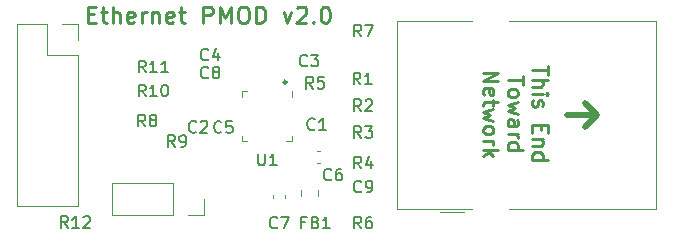
<source format=gbr>
G04 #@! TF.GenerationSoftware,KiCad,Pcbnew,6.0.4-6f826c9f35~116~ubuntu20.04.1*
G04 #@! TF.CreationDate,2022-05-16T14:00:24-07:00*
G04 #@! TF.ProjectId,ethernet-pmod,65746865-726e-4657-942d-706d6f642e6b,1.0*
G04 #@! TF.SameCoordinates,Original*
G04 #@! TF.FileFunction,Legend,Top*
G04 #@! TF.FilePolarity,Positive*
%FSLAX46Y46*%
G04 Gerber Fmt 4.6, Leading zero omitted, Abs format (unit mm)*
G04 Created by KiCad (PCBNEW 6.0.4-6f826c9f35~116~ubuntu20.04.1) date 2022-05-16 14:00:24*
%MOMM*%
%LPD*%
G01*
G04 APERTURE LIST*
%ADD10C,0.275000*%
%ADD11C,0.500000*%
%ADD12C,0.150000*%
%ADD13C,0.250000*%
%ADD14C,0.120000*%
G04 APERTURE END LIST*
D10*
X74305500Y-60706000D02*
G75*
G03*
X74305500Y-60706000I-137500J0D01*
G01*
D11*
X100584000Y-63500000D02*
X99568000Y-64516000D01*
X99568000Y-62484000D02*
X100584000Y-63500000D01*
D12*
X100584000Y-63500000D02*
X99568000Y-62484000D01*
D11*
X98044000Y-63500000D02*
X100584000Y-63500000D01*
D13*
X96404904Y-59345238D02*
X96404904Y-60088095D01*
X95104904Y-59716666D02*
X96404904Y-59716666D01*
X95104904Y-60521428D02*
X96404904Y-60521428D01*
X95104904Y-61078571D02*
X95785857Y-61078571D01*
X95909666Y-61016666D01*
X95971571Y-60892857D01*
X95971571Y-60707142D01*
X95909666Y-60583333D01*
X95847761Y-60521428D01*
X95104904Y-61697619D02*
X95971571Y-61697619D01*
X96404904Y-61697619D02*
X96343000Y-61635714D01*
X96281095Y-61697619D01*
X96343000Y-61759523D01*
X96404904Y-61697619D01*
X96281095Y-61697619D01*
X95166809Y-62254761D02*
X95104904Y-62378571D01*
X95104904Y-62626190D01*
X95166809Y-62750000D01*
X95290619Y-62811904D01*
X95352523Y-62811904D01*
X95476333Y-62750000D01*
X95538238Y-62626190D01*
X95538238Y-62440476D01*
X95600142Y-62316666D01*
X95723952Y-62254761D01*
X95785857Y-62254761D01*
X95909666Y-62316666D01*
X95971571Y-62440476D01*
X95971571Y-62626190D01*
X95909666Y-62750000D01*
X95785857Y-64359523D02*
X95785857Y-64792857D01*
X95104904Y-64978571D02*
X95104904Y-64359523D01*
X96404904Y-64359523D01*
X96404904Y-64978571D01*
X95971571Y-65535714D02*
X95104904Y-65535714D01*
X95847761Y-65535714D02*
X95909666Y-65597619D01*
X95971571Y-65721428D01*
X95971571Y-65907142D01*
X95909666Y-66030952D01*
X95785857Y-66092857D01*
X95104904Y-66092857D01*
X95104904Y-67269047D02*
X96404904Y-67269047D01*
X95166809Y-67269047D02*
X95104904Y-67145238D01*
X95104904Y-66897619D01*
X95166809Y-66773809D01*
X95228714Y-66711904D01*
X95352523Y-66650000D01*
X95723952Y-66650000D01*
X95847761Y-66711904D01*
X95909666Y-66773809D01*
X95971571Y-66897619D01*
X95971571Y-67145238D01*
X95909666Y-67269047D01*
X94311904Y-60180952D02*
X94311904Y-60923809D01*
X93011904Y-60552380D02*
X94311904Y-60552380D01*
X93011904Y-61542857D02*
X93073809Y-61419047D01*
X93135714Y-61357142D01*
X93259523Y-61295238D01*
X93630952Y-61295238D01*
X93754761Y-61357142D01*
X93816666Y-61419047D01*
X93878571Y-61542857D01*
X93878571Y-61728571D01*
X93816666Y-61852380D01*
X93754761Y-61914285D01*
X93630952Y-61976190D01*
X93259523Y-61976190D01*
X93135714Y-61914285D01*
X93073809Y-61852380D01*
X93011904Y-61728571D01*
X93011904Y-61542857D01*
X93878571Y-62409523D02*
X93011904Y-62657142D01*
X93630952Y-62904761D01*
X93011904Y-63152380D01*
X93878571Y-63400000D01*
X93011904Y-64452380D02*
X93692857Y-64452380D01*
X93816666Y-64390476D01*
X93878571Y-64266666D01*
X93878571Y-64019047D01*
X93816666Y-63895238D01*
X93073809Y-64452380D02*
X93011904Y-64328571D01*
X93011904Y-64019047D01*
X93073809Y-63895238D01*
X93197619Y-63833333D01*
X93321428Y-63833333D01*
X93445238Y-63895238D01*
X93507142Y-64019047D01*
X93507142Y-64328571D01*
X93569047Y-64452380D01*
X93011904Y-65071428D02*
X93878571Y-65071428D01*
X93630952Y-65071428D02*
X93754761Y-65133333D01*
X93816666Y-65195238D01*
X93878571Y-65319047D01*
X93878571Y-65442857D01*
X93011904Y-66433333D02*
X94311904Y-66433333D01*
X93073809Y-66433333D02*
X93011904Y-66309523D01*
X93011904Y-66061904D01*
X93073809Y-65938095D01*
X93135714Y-65876190D01*
X93259523Y-65814285D01*
X93630952Y-65814285D01*
X93754761Y-65876190D01*
X93816666Y-65938095D01*
X93878571Y-66061904D01*
X93878571Y-66309523D01*
X93816666Y-66433333D01*
X90918904Y-59902380D02*
X92218904Y-59902380D01*
X90918904Y-60645238D01*
X92218904Y-60645238D01*
X90980809Y-61759523D02*
X90918904Y-61635714D01*
X90918904Y-61388095D01*
X90980809Y-61264285D01*
X91104619Y-61202380D01*
X91599857Y-61202380D01*
X91723666Y-61264285D01*
X91785571Y-61388095D01*
X91785571Y-61635714D01*
X91723666Y-61759523D01*
X91599857Y-61821428D01*
X91476047Y-61821428D01*
X91352238Y-61202380D01*
X91785571Y-62192857D02*
X91785571Y-62688095D01*
X92218904Y-62378571D02*
X91104619Y-62378571D01*
X90980809Y-62440476D01*
X90918904Y-62564285D01*
X90918904Y-62688095D01*
X91785571Y-62997619D02*
X90918904Y-63245238D01*
X91537952Y-63492857D01*
X90918904Y-63740476D01*
X91785571Y-63988095D01*
X90918904Y-64669047D02*
X90980809Y-64545238D01*
X91042714Y-64483333D01*
X91166523Y-64421428D01*
X91537952Y-64421428D01*
X91661761Y-64483333D01*
X91723666Y-64545238D01*
X91785571Y-64669047D01*
X91785571Y-64854761D01*
X91723666Y-64978571D01*
X91661761Y-65040476D01*
X91537952Y-65102380D01*
X91166523Y-65102380D01*
X91042714Y-65040476D01*
X90980809Y-64978571D01*
X90918904Y-64854761D01*
X90918904Y-64669047D01*
X90918904Y-65659523D02*
X91785571Y-65659523D01*
X91537952Y-65659523D02*
X91661761Y-65721428D01*
X91723666Y-65783333D01*
X91785571Y-65907142D01*
X91785571Y-66030952D01*
X90918904Y-66464285D02*
X92218904Y-66464285D01*
X91414142Y-66588095D02*
X90918904Y-66959523D01*
X91785571Y-66959523D02*
X91290333Y-66464285D01*
X57495833Y-54973000D02*
X57962500Y-54973000D01*
X58162500Y-55706333D02*
X57495833Y-55706333D01*
X57495833Y-54306333D01*
X58162500Y-54306333D01*
X58562500Y-54773000D02*
X59095833Y-54773000D01*
X58762500Y-54306333D02*
X58762500Y-55506333D01*
X58829166Y-55639666D01*
X58962500Y-55706333D01*
X59095833Y-55706333D01*
X59562500Y-55706333D02*
X59562500Y-54306333D01*
X60162500Y-55706333D02*
X60162500Y-54973000D01*
X60095833Y-54839666D01*
X59962500Y-54773000D01*
X59762500Y-54773000D01*
X59629166Y-54839666D01*
X59562500Y-54906333D01*
X61362500Y-55639666D02*
X61229166Y-55706333D01*
X60962500Y-55706333D01*
X60829166Y-55639666D01*
X60762500Y-55506333D01*
X60762500Y-54973000D01*
X60829166Y-54839666D01*
X60962500Y-54773000D01*
X61229166Y-54773000D01*
X61362500Y-54839666D01*
X61429166Y-54973000D01*
X61429166Y-55106333D01*
X60762500Y-55239666D01*
X62029166Y-55706333D02*
X62029166Y-54773000D01*
X62029166Y-55039666D02*
X62095833Y-54906333D01*
X62162500Y-54839666D01*
X62295833Y-54773000D01*
X62429166Y-54773000D01*
X62895833Y-54773000D02*
X62895833Y-55706333D01*
X62895833Y-54906333D02*
X62962500Y-54839666D01*
X63095833Y-54773000D01*
X63295833Y-54773000D01*
X63429166Y-54839666D01*
X63495833Y-54973000D01*
X63495833Y-55706333D01*
X64695833Y-55639666D02*
X64562500Y-55706333D01*
X64295833Y-55706333D01*
X64162500Y-55639666D01*
X64095833Y-55506333D01*
X64095833Y-54973000D01*
X64162500Y-54839666D01*
X64295833Y-54773000D01*
X64562500Y-54773000D01*
X64695833Y-54839666D01*
X64762500Y-54973000D01*
X64762500Y-55106333D01*
X64095833Y-55239666D01*
X65162500Y-54773000D02*
X65695833Y-54773000D01*
X65362500Y-54306333D02*
X65362500Y-55506333D01*
X65429166Y-55639666D01*
X65562500Y-55706333D01*
X65695833Y-55706333D01*
X67229166Y-55706333D02*
X67229166Y-54306333D01*
X67762500Y-54306333D01*
X67895833Y-54373000D01*
X67962500Y-54439666D01*
X68029166Y-54573000D01*
X68029166Y-54773000D01*
X67962500Y-54906333D01*
X67895833Y-54973000D01*
X67762500Y-55039666D01*
X67229166Y-55039666D01*
X68629166Y-55706333D02*
X68629166Y-54306333D01*
X69095833Y-55306333D01*
X69562500Y-54306333D01*
X69562500Y-55706333D01*
X70495833Y-54306333D02*
X70762500Y-54306333D01*
X70895833Y-54373000D01*
X71029166Y-54506333D01*
X71095833Y-54773000D01*
X71095833Y-55239666D01*
X71029166Y-55506333D01*
X70895833Y-55639666D01*
X70762500Y-55706333D01*
X70495833Y-55706333D01*
X70362500Y-55639666D01*
X70229166Y-55506333D01*
X70162500Y-55239666D01*
X70162500Y-54773000D01*
X70229166Y-54506333D01*
X70362500Y-54373000D01*
X70495833Y-54306333D01*
X71695833Y-55706333D02*
X71695833Y-54306333D01*
X72029166Y-54306333D01*
X72229166Y-54373000D01*
X72362500Y-54506333D01*
X72429166Y-54639666D01*
X72495833Y-54906333D01*
X72495833Y-55106333D01*
X72429166Y-55373000D01*
X72362500Y-55506333D01*
X72229166Y-55639666D01*
X72029166Y-55706333D01*
X71695833Y-55706333D01*
X74029166Y-54773000D02*
X74362500Y-55706333D01*
X74695833Y-54773000D01*
X75162500Y-54439666D02*
X75229166Y-54373000D01*
X75362500Y-54306333D01*
X75695833Y-54306333D01*
X75829166Y-54373000D01*
X75895833Y-54439666D01*
X75962500Y-54573000D01*
X75962500Y-54706333D01*
X75895833Y-54906333D01*
X75095833Y-55706333D01*
X75962500Y-55706333D01*
X76562500Y-55573000D02*
X76629166Y-55639666D01*
X76562500Y-55706333D01*
X76495833Y-55639666D01*
X76562500Y-55573000D01*
X76562500Y-55706333D01*
X77495833Y-54306333D02*
X77629166Y-54306333D01*
X77762500Y-54373000D01*
X77829166Y-54439666D01*
X77895833Y-54573000D01*
X77962500Y-54839666D01*
X77962500Y-55173000D01*
X77895833Y-55439666D01*
X77829166Y-55573000D01*
X77762500Y-55639666D01*
X77629166Y-55706333D01*
X77495833Y-55706333D01*
X77362500Y-55639666D01*
X77295833Y-55573000D01*
X77229166Y-55439666D01*
X77162500Y-55173000D01*
X77162500Y-54839666D01*
X77229166Y-54573000D01*
X77295833Y-54439666D01*
X77362500Y-54373000D01*
X77495833Y-54306333D01*
D12*
X71882095Y-66762380D02*
X71882095Y-67571904D01*
X71929714Y-67667142D01*
X71977333Y-67714761D01*
X72072571Y-67762380D01*
X72263047Y-67762380D01*
X72358285Y-67714761D01*
X72405904Y-67667142D01*
X72453523Y-67571904D01*
X72453523Y-66762380D01*
X73453523Y-67762380D02*
X72882095Y-67762380D01*
X73167809Y-67762380D02*
X73167809Y-66762380D01*
X73072571Y-66905238D01*
X72977333Y-67000476D01*
X72882095Y-67048095D01*
X67651333Y-60301142D02*
X67603714Y-60348761D01*
X67460857Y-60396380D01*
X67365619Y-60396380D01*
X67222761Y-60348761D01*
X67127523Y-60253523D01*
X67079904Y-60158285D01*
X67032285Y-59967809D01*
X67032285Y-59824952D01*
X67079904Y-59634476D01*
X67127523Y-59539238D01*
X67222761Y-59444000D01*
X67365619Y-59396380D01*
X67460857Y-59396380D01*
X67603714Y-59444000D01*
X67651333Y-59491619D01*
X68222761Y-59824952D02*
X68127523Y-59777333D01*
X68079904Y-59729714D01*
X68032285Y-59634476D01*
X68032285Y-59586857D01*
X68079904Y-59491619D01*
X68127523Y-59444000D01*
X68222761Y-59396380D01*
X68413238Y-59396380D01*
X68508476Y-59444000D01*
X68556095Y-59491619D01*
X68603714Y-59586857D01*
X68603714Y-59634476D01*
X68556095Y-59729714D01*
X68508476Y-59777333D01*
X68413238Y-59824952D01*
X68222761Y-59824952D01*
X68127523Y-59872571D01*
X68079904Y-59920190D01*
X68032285Y-60015428D01*
X68032285Y-60205904D01*
X68079904Y-60301142D01*
X68127523Y-60348761D01*
X68222761Y-60396380D01*
X68413238Y-60396380D01*
X68508476Y-60348761D01*
X68556095Y-60301142D01*
X68603714Y-60205904D01*
X68603714Y-60015428D01*
X68556095Y-59920190D01*
X68508476Y-59872571D01*
X68413238Y-59824952D01*
X66635333Y-64891931D02*
X66587714Y-64939550D01*
X66444857Y-64987169D01*
X66349619Y-64987169D01*
X66206761Y-64939550D01*
X66111523Y-64844312D01*
X66063904Y-64749074D01*
X66016285Y-64558598D01*
X66016285Y-64415741D01*
X66063904Y-64225265D01*
X66111523Y-64130027D01*
X66206761Y-64034789D01*
X66349619Y-63987169D01*
X66444857Y-63987169D01*
X66587714Y-64034789D01*
X66635333Y-64082408D01*
X67016285Y-64082408D02*
X67063904Y-64034789D01*
X67159142Y-63987169D01*
X67397238Y-63987169D01*
X67492476Y-64034789D01*
X67540095Y-64082408D01*
X67587714Y-64177646D01*
X67587714Y-64272884D01*
X67540095Y-64415741D01*
X66968666Y-64987169D01*
X67587714Y-64987169D01*
X76033333Y-59285142D02*
X75985714Y-59332761D01*
X75842857Y-59380380D01*
X75747619Y-59380380D01*
X75604761Y-59332761D01*
X75509523Y-59237523D01*
X75461904Y-59142285D01*
X75414285Y-58951809D01*
X75414285Y-58808952D01*
X75461904Y-58618476D01*
X75509523Y-58523238D01*
X75604761Y-58428000D01*
X75747619Y-58380380D01*
X75842857Y-58380380D01*
X75985714Y-58428000D01*
X76033333Y-58475619D01*
X76366666Y-58380380D02*
X76985714Y-58380380D01*
X76652380Y-58761333D01*
X76795238Y-58761333D01*
X76890476Y-58808952D01*
X76938095Y-58856571D01*
X76985714Y-58951809D01*
X76985714Y-59189904D01*
X76938095Y-59285142D01*
X76890476Y-59332761D01*
X76795238Y-59380380D01*
X76509523Y-59380380D01*
X76414285Y-59332761D01*
X76366666Y-59285142D01*
X80605333Y-69953142D02*
X80557714Y-70000761D01*
X80414857Y-70048380D01*
X80319619Y-70048380D01*
X80176761Y-70000761D01*
X80081523Y-69905523D01*
X80033904Y-69810285D01*
X79986285Y-69619809D01*
X79986285Y-69476952D01*
X80033904Y-69286476D01*
X80081523Y-69191238D01*
X80176761Y-69096000D01*
X80319619Y-69048380D01*
X80414857Y-69048380D01*
X80557714Y-69096000D01*
X80605333Y-69143619D01*
X81081523Y-70048380D02*
X81272000Y-70048380D01*
X81367238Y-70000761D01*
X81414857Y-69953142D01*
X81510095Y-69810285D01*
X81557714Y-69619809D01*
X81557714Y-69238857D01*
X81510095Y-69143619D01*
X81462476Y-69096000D01*
X81367238Y-69048380D01*
X81176761Y-69048380D01*
X81081523Y-69096000D01*
X81033904Y-69143619D01*
X80986285Y-69238857D01*
X80986285Y-69476952D01*
X81033904Y-69572190D01*
X81081523Y-69619809D01*
X81176761Y-69667428D01*
X81367238Y-69667428D01*
X81462476Y-69619809D01*
X81510095Y-69572190D01*
X81557714Y-69476952D01*
X67651333Y-58777142D02*
X67603714Y-58824761D01*
X67460857Y-58872380D01*
X67365619Y-58872380D01*
X67222761Y-58824761D01*
X67127523Y-58729523D01*
X67079904Y-58634285D01*
X67032285Y-58443809D01*
X67032285Y-58300952D01*
X67079904Y-58110476D01*
X67127523Y-58015238D01*
X67222761Y-57920000D01*
X67365619Y-57872380D01*
X67460857Y-57872380D01*
X67603714Y-57920000D01*
X67651333Y-57967619D01*
X68508476Y-58205714D02*
X68508476Y-58872380D01*
X68270380Y-57824761D02*
X68032285Y-58539047D01*
X68651333Y-58539047D01*
X78065333Y-68937142D02*
X78017714Y-68984761D01*
X77874857Y-69032380D01*
X77779619Y-69032380D01*
X77636761Y-68984761D01*
X77541523Y-68889523D01*
X77493904Y-68794285D01*
X77446285Y-68603809D01*
X77446285Y-68460952D01*
X77493904Y-68270476D01*
X77541523Y-68175238D01*
X77636761Y-68080000D01*
X77779619Y-68032380D01*
X77874857Y-68032380D01*
X78017714Y-68080000D01*
X78065333Y-68127619D01*
X78922476Y-68032380D02*
X78732000Y-68032380D01*
X78636761Y-68080000D01*
X78589142Y-68127619D01*
X78493904Y-68270476D01*
X78446285Y-68460952D01*
X78446285Y-68841904D01*
X78493904Y-68937142D01*
X78541523Y-68984761D01*
X78636761Y-69032380D01*
X78827238Y-69032380D01*
X78922476Y-68984761D01*
X78970095Y-68937142D01*
X79017714Y-68841904D01*
X79017714Y-68603809D01*
X78970095Y-68508571D01*
X78922476Y-68460952D01*
X78827238Y-68413333D01*
X78636761Y-68413333D01*
X78541523Y-68460952D01*
X78493904Y-68508571D01*
X78446285Y-68603809D01*
X73493333Y-73001142D02*
X73445714Y-73048761D01*
X73302857Y-73096380D01*
X73207619Y-73096380D01*
X73064761Y-73048761D01*
X72969523Y-72953523D01*
X72921904Y-72858285D01*
X72874285Y-72667809D01*
X72874285Y-72524952D01*
X72921904Y-72334476D01*
X72969523Y-72239238D01*
X73064761Y-72144000D01*
X73207619Y-72096380D01*
X73302857Y-72096380D01*
X73445714Y-72144000D01*
X73493333Y-72191619D01*
X73826666Y-72096380D02*
X74493333Y-72096380D01*
X74064761Y-73096380D01*
X75874666Y-72572571D02*
X75541333Y-72572571D01*
X75541333Y-73096380D02*
X75541333Y-72096380D01*
X76017523Y-72096380D01*
X76731809Y-72572571D02*
X76874666Y-72620190D01*
X76922285Y-72667809D01*
X76969904Y-72763047D01*
X76969904Y-72905904D01*
X76922285Y-73001142D01*
X76874666Y-73048761D01*
X76779428Y-73096380D01*
X76398476Y-73096380D01*
X76398476Y-72096380D01*
X76731809Y-72096380D01*
X76827047Y-72144000D01*
X76874666Y-72191619D01*
X76922285Y-72286857D01*
X76922285Y-72382095D01*
X76874666Y-72477333D01*
X76827047Y-72524952D01*
X76731809Y-72572571D01*
X76398476Y-72572571D01*
X77922285Y-73096380D02*
X77350857Y-73096380D01*
X77636571Y-73096380D02*
X77636571Y-72096380D01*
X77541333Y-72239238D01*
X77446095Y-72334476D01*
X77350857Y-72382095D01*
X80605333Y-65428380D02*
X80272000Y-64952190D01*
X80033904Y-65428380D02*
X80033904Y-64428380D01*
X80414857Y-64428380D01*
X80510095Y-64476000D01*
X80557714Y-64523619D01*
X80605333Y-64618857D01*
X80605333Y-64761714D01*
X80557714Y-64856952D01*
X80510095Y-64904571D01*
X80414857Y-64952190D01*
X80033904Y-64952190D01*
X80938666Y-64428380D02*
X81557714Y-64428380D01*
X81224380Y-64809333D01*
X81367238Y-64809333D01*
X81462476Y-64856952D01*
X81510095Y-64904571D01*
X81557714Y-64999809D01*
X81557714Y-65237904D01*
X81510095Y-65333142D01*
X81462476Y-65380761D01*
X81367238Y-65428380D01*
X81081523Y-65428380D01*
X80986285Y-65380761D01*
X80938666Y-65333142D01*
X80529333Y-60904380D02*
X80196000Y-60428190D01*
X79957904Y-60904380D02*
X79957904Y-59904380D01*
X80338857Y-59904380D01*
X80434095Y-59952000D01*
X80481714Y-59999619D01*
X80529333Y-60094857D01*
X80529333Y-60237714D01*
X80481714Y-60332952D01*
X80434095Y-60380571D01*
X80338857Y-60428190D01*
X79957904Y-60428190D01*
X81481714Y-60904380D02*
X80910285Y-60904380D01*
X81196000Y-60904380D02*
X81196000Y-59904380D01*
X81100761Y-60047238D01*
X81005523Y-60142476D01*
X80910285Y-60190095D01*
X80605333Y-63168380D02*
X80272000Y-62692190D01*
X80033904Y-63168380D02*
X80033904Y-62168380D01*
X80414857Y-62168380D01*
X80510095Y-62216000D01*
X80557714Y-62263619D01*
X80605333Y-62358857D01*
X80605333Y-62501714D01*
X80557714Y-62596952D01*
X80510095Y-62644571D01*
X80414857Y-62692190D01*
X80033904Y-62692190D01*
X80986285Y-62263619D02*
X81033904Y-62216000D01*
X81129142Y-62168380D01*
X81367238Y-62168380D01*
X81462476Y-62216000D01*
X81510095Y-62263619D01*
X81557714Y-62358857D01*
X81557714Y-62454095D01*
X81510095Y-62596952D01*
X80938666Y-63168380D01*
X81557714Y-63168380D01*
X76541333Y-61252380D02*
X76208000Y-60776190D01*
X75969904Y-61252380D02*
X75969904Y-60252380D01*
X76350857Y-60252380D01*
X76446095Y-60300000D01*
X76493714Y-60347619D01*
X76541333Y-60442857D01*
X76541333Y-60585714D01*
X76493714Y-60680952D01*
X76446095Y-60728571D01*
X76350857Y-60776190D01*
X75969904Y-60776190D01*
X77446095Y-60252380D02*
X76969904Y-60252380D01*
X76922285Y-60728571D01*
X76969904Y-60680952D01*
X77065142Y-60633333D01*
X77303238Y-60633333D01*
X77398476Y-60680952D01*
X77446095Y-60728571D01*
X77493714Y-60823809D01*
X77493714Y-61061904D01*
X77446095Y-61157142D01*
X77398476Y-61204761D01*
X77303238Y-61252380D01*
X77065142Y-61252380D01*
X76969904Y-61204761D01*
X76922285Y-61157142D01*
X80605333Y-73096380D02*
X80272000Y-72620190D01*
X80033904Y-73096380D02*
X80033904Y-72096380D01*
X80414857Y-72096380D01*
X80510095Y-72144000D01*
X80557714Y-72191619D01*
X80605333Y-72286857D01*
X80605333Y-72429714D01*
X80557714Y-72524952D01*
X80510095Y-72572571D01*
X80414857Y-72620190D01*
X80033904Y-72620190D01*
X81462476Y-72096380D02*
X81272000Y-72096380D01*
X81176761Y-72144000D01*
X81129142Y-72191619D01*
X81033904Y-72334476D01*
X80986285Y-72524952D01*
X80986285Y-72905904D01*
X81033904Y-73001142D01*
X81081523Y-73048761D01*
X81176761Y-73096380D01*
X81367238Y-73096380D01*
X81462476Y-73048761D01*
X81510095Y-73001142D01*
X81557714Y-72905904D01*
X81557714Y-72667809D01*
X81510095Y-72572571D01*
X81462476Y-72524952D01*
X81367238Y-72477333D01*
X81176761Y-72477333D01*
X81081523Y-72524952D01*
X81033904Y-72572571D01*
X80986285Y-72667809D01*
X62349142Y-61920380D02*
X62015809Y-61444190D01*
X61777714Y-61920380D02*
X61777714Y-60920380D01*
X62158666Y-60920380D01*
X62253904Y-60968000D01*
X62301523Y-61015619D01*
X62349142Y-61110857D01*
X62349142Y-61253714D01*
X62301523Y-61348952D01*
X62253904Y-61396571D01*
X62158666Y-61444190D01*
X61777714Y-61444190D01*
X63301523Y-61920380D02*
X62730095Y-61920380D01*
X63015809Y-61920380D02*
X63015809Y-60920380D01*
X62920571Y-61063238D01*
X62825333Y-61158476D01*
X62730095Y-61206095D01*
X63920571Y-60920380D02*
X64015809Y-60920380D01*
X64111047Y-60968000D01*
X64158666Y-61015619D01*
X64206285Y-61110857D01*
X64253904Y-61301333D01*
X64253904Y-61539428D01*
X64206285Y-61729904D01*
X64158666Y-61825142D01*
X64111047Y-61872761D01*
X64015809Y-61920380D01*
X63920571Y-61920380D01*
X63825333Y-61872761D01*
X63777714Y-61825142D01*
X63730095Y-61729904D01*
X63682476Y-61539428D01*
X63682476Y-61301333D01*
X63730095Y-61110857D01*
X63777714Y-61015619D01*
X63825333Y-60968000D01*
X63920571Y-60920380D01*
X62349142Y-59888380D02*
X62015809Y-59412190D01*
X61777714Y-59888380D02*
X61777714Y-58888380D01*
X62158666Y-58888380D01*
X62253904Y-58936000D01*
X62301523Y-58983619D01*
X62349142Y-59078857D01*
X62349142Y-59221714D01*
X62301523Y-59316952D01*
X62253904Y-59364571D01*
X62158666Y-59412190D01*
X61777714Y-59412190D01*
X63301523Y-59888380D02*
X62730095Y-59888380D01*
X63015809Y-59888380D02*
X63015809Y-58888380D01*
X62920571Y-59031238D01*
X62825333Y-59126476D01*
X62730095Y-59174095D01*
X64253904Y-59888380D02*
X63682476Y-59888380D01*
X63968190Y-59888380D02*
X63968190Y-58888380D01*
X63872952Y-59031238D01*
X63777714Y-59126476D01*
X63682476Y-59174095D01*
X62317333Y-64460380D02*
X61984000Y-63984190D01*
X61745904Y-64460380D02*
X61745904Y-63460380D01*
X62126857Y-63460380D01*
X62222095Y-63508000D01*
X62269714Y-63555619D01*
X62317333Y-63650857D01*
X62317333Y-63793714D01*
X62269714Y-63888952D01*
X62222095Y-63936571D01*
X62126857Y-63984190D01*
X61745904Y-63984190D01*
X62888761Y-63888952D02*
X62793523Y-63841333D01*
X62745904Y-63793714D01*
X62698285Y-63698476D01*
X62698285Y-63650857D01*
X62745904Y-63555619D01*
X62793523Y-63508000D01*
X62888761Y-63460380D01*
X63079238Y-63460380D01*
X63174476Y-63508000D01*
X63222095Y-63555619D01*
X63269714Y-63650857D01*
X63269714Y-63698476D01*
X63222095Y-63793714D01*
X63174476Y-63841333D01*
X63079238Y-63888952D01*
X62888761Y-63888952D01*
X62793523Y-63936571D01*
X62745904Y-63984190D01*
X62698285Y-64079428D01*
X62698285Y-64269904D01*
X62745904Y-64365142D01*
X62793523Y-64412761D01*
X62888761Y-64460380D01*
X63079238Y-64460380D01*
X63174476Y-64412761D01*
X63222095Y-64365142D01*
X63269714Y-64269904D01*
X63269714Y-64079428D01*
X63222095Y-63984190D01*
X63174476Y-63936571D01*
X63079238Y-63888952D01*
X64836894Y-66181143D02*
X64503561Y-65704953D01*
X64265465Y-66181143D02*
X64265465Y-65181143D01*
X64646418Y-65181143D01*
X64741656Y-65228763D01*
X64789275Y-65276382D01*
X64836894Y-65371620D01*
X64836894Y-65514477D01*
X64789275Y-65609715D01*
X64741656Y-65657334D01*
X64646418Y-65704953D01*
X64265465Y-65704953D01*
X65313084Y-66181143D02*
X65503561Y-66181143D01*
X65598799Y-66133524D01*
X65646418Y-66085905D01*
X65741656Y-65943048D01*
X65789275Y-65752572D01*
X65789275Y-65371620D01*
X65741656Y-65276382D01*
X65694037Y-65228763D01*
X65598799Y-65181143D01*
X65408322Y-65181143D01*
X65313084Y-65228763D01*
X65265465Y-65276382D01*
X65217846Y-65371620D01*
X65217846Y-65609715D01*
X65265465Y-65704953D01*
X65313084Y-65752572D01*
X65408322Y-65800191D01*
X65598799Y-65800191D01*
X65694037Y-65752572D01*
X65741656Y-65704953D01*
X65789275Y-65609715D01*
X80605333Y-56840380D02*
X80272000Y-56364190D01*
X80033904Y-56840380D02*
X80033904Y-55840380D01*
X80414857Y-55840380D01*
X80510095Y-55888000D01*
X80557714Y-55935619D01*
X80605333Y-56030857D01*
X80605333Y-56173714D01*
X80557714Y-56268952D01*
X80510095Y-56316571D01*
X80414857Y-56364190D01*
X80033904Y-56364190D01*
X80938666Y-55840380D02*
X81605333Y-55840380D01*
X81176761Y-56840380D01*
X76661266Y-64669939D02*
X76613647Y-64717558D01*
X76470790Y-64765177D01*
X76375552Y-64765177D01*
X76232694Y-64717558D01*
X76137456Y-64622320D01*
X76089837Y-64527082D01*
X76042218Y-64336606D01*
X76042218Y-64193749D01*
X76089837Y-64003273D01*
X76137456Y-63908035D01*
X76232694Y-63812797D01*
X76375552Y-63765177D01*
X76470790Y-63765177D01*
X76613647Y-63812797D01*
X76661266Y-63860416D01*
X77613647Y-64765177D02*
X77042218Y-64765177D01*
X77327933Y-64765177D02*
X77327933Y-63765177D01*
X77232694Y-63908035D01*
X77137456Y-64003273D01*
X77042218Y-64050892D01*
X55757142Y-73052380D02*
X55423809Y-72576190D01*
X55185714Y-73052380D02*
X55185714Y-72052380D01*
X55566666Y-72052380D01*
X55661904Y-72100000D01*
X55709523Y-72147619D01*
X55757142Y-72242857D01*
X55757142Y-72385714D01*
X55709523Y-72480952D01*
X55661904Y-72528571D01*
X55566666Y-72576190D01*
X55185714Y-72576190D01*
X56709523Y-73052380D02*
X56138095Y-73052380D01*
X56423809Y-73052380D02*
X56423809Y-72052380D01*
X56328571Y-72195238D01*
X56233333Y-72290476D01*
X56138095Y-72338095D01*
X57090476Y-72147619D02*
X57138095Y-72100000D01*
X57233333Y-72052380D01*
X57471428Y-72052380D01*
X57566666Y-72100000D01*
X57614285Y-72147619D01*
X57661904Y-72242857D01*
X57661904Y-72338095D01*
X57614285Y-72480952D01*
X57042857Y-73052380D01*
X57661904Y-73052380D01*
X80605333Y-68016380D02*
X80272000Y-67540190D01*
X80033904Y-68016380D02*
X80033904Y-67016380D01*
X80414857Y-67016380D01*
X80510095Y-67064000D01*
X80557714Y-67111619D01*
X80605333Y-67206857D01*
X80605333Y-67349714D01*
X80557714Y-67444952D01*
X80510095Y-67492571D01*
X80414857Y-67540190D01*
X80033904Y-67540190D01*
X81462476Y-67349714D02*
X81462476Y-68016380D01*
X81224380Y-66968761D02*
X80986285Y-67683047D01*
X81605333Y-67683047D01*
X68760561Y-64909702D02*
X68712942Y-64957321D01*
X68570085Y-65004940D01*
X68474847Y-65004940D01*
X68331989Y-64957321D01*
X68236751Y-64862083D01*
X68189132Y-64766845D01*
X68141513Y-64576369D01*
X68141513Y-64433512D01*
X68189132Y-64243036D01*
X68236751Y-64147798D01*
X68331989Y-64052560D01*
X68474847Y-64004940D01*
X68570085Y-64004940D01*
X68712942Y-64052560D01*
X68760561Y-64100179D01*
X69665323Y-64004940D02*
X69189132Y-64004940D01*
X69141513Y-64481131D01*
X69189132Y-64433512D01*
X69284370Y-64385893D01*
X69522466Y-64385893D01*
X69617704Y-64433512D01*
X69665323Y-64481131D01*
X69712942Y-64576369D01*
X69712942Y-64814464D01*
X69665323Y-64909702D01*
X69617704Y-64957321D01*
X69522466Y-65004940D01*
X69284370Y-65004940D01*
X69189132Y-64957321D01*
X69141513Y-64909702D01*
D14*
X70490000Y-61490000D02*
X70965000Y-61490000D01*
X70490000Y-61965000D02*
X70490000Y-61490000D01*
X74710000Y-65235000D02*
X74710000Y-65710000D01*
X70490000Y-65235000D02*
X70490000Y-65710000D01*
X74710000Y-61965000D02*
X74710000Y-61490000D01*
X70490000Y-65710000D02*
X70965000Y-65710000D01*
X74710000Y-65710000D02*
X74235000Y-65710000D01*
X51438500Y-55820000D02*
X51438500Y-71180000D01*
X54038500Y-55820000D02*
X51438500Y-55820000D01*
X56638500Y-71180000D02*
X51438500Y-71180000D01*
X56638500Y-55820000D02*
X55308500Y-55820000D01*
X56638500Y-58420000D02*
X56638500Y-71180000D01*
X56638500Y-58420000D02*
X54038500Y-58420000D01*
X56638500Y-57150000D02*
X56638500Y-55820000D01*
X54038500Y-58420000D02*
X54038500Y-55820000D01*
X77150279Y-66546000D02*
X76824721Y-66546000D01*
X77150279Y-67566000D02*
X76824721Y-67566000D01*
X73150000Y-70220721D02*
X73150000Y-70546279D01*
X74170000Y-70220721D02*
X74170000Y-70546279D01*
X75490000Y-70362578D02*
X75490000Y-69845422D01*
X76910000Y-70362578D02*
X76910000Y-69845422D01*
X93155000Y-55525000D02*
X105595000Y-55525000D01*
X83675000Y-55525000D02*
X89955000Y-55525000D01*
X105595000Y-55525000D02*
X105595000Y-71475000D01*
X105595000Y-71475000D02*
X93155000Y-71475000D01*
X83675000Y-71475000D02*
X83675000Y-55525000D01*
X89955000Y-71475000D02*
X83675000Y-71475000D01*
X87265000Y-71675000D02*
X89265000Y-71675000D01*
X64670000Y-69270000D02*
X64670000Y-71930000D01*
X67270000Y-71930000D02*
X65940000Y-71930000D01*
X59530000Y-69270000D02*
X59530000Y-71930000D01*
X64670000Y-69270000D02*
X59530000Y-69270000D01*
X64670000Y-71930000D02*
X59530000Y-71930000D01*
X67270000Y-70600000D02*
X67270000Y-71930000D01*
M02*

</source>
